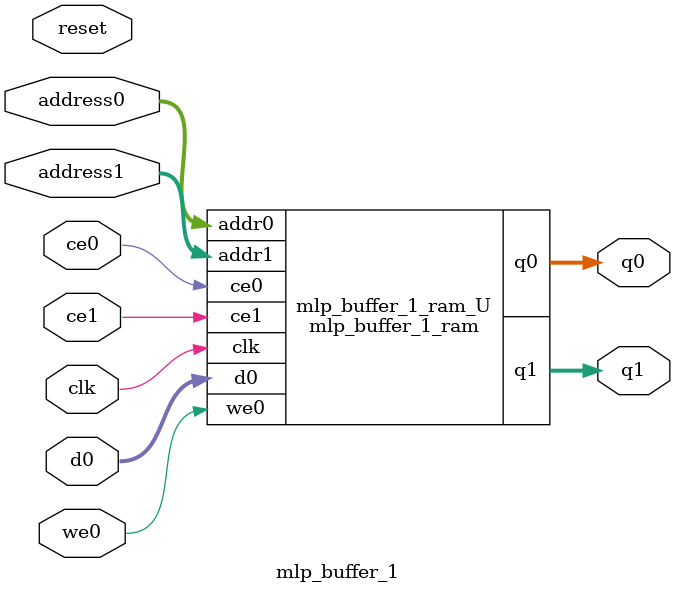
<source format=v>
`timescale 1 ns / 1 ps
module mlp_buffer_1_ram (addr0, ce0, d0, we0, q0, addr1, ce1, q1,  clk);

parameter DWIDTH = 32;
parameter AWIDTH = 6;
parameter MEM_SIZE = 64;

input[AWIDTH-1:0] addr0;
input ce0;
input[DWIDTH-1:0] d0;
input we0;
output reg[DWIDTH-1:0] q0;
input[AWIDTH-1:0] addr1;
input ce1;
output reg[DWIDTH-1:0] q1;
input clk;

reg [DWIDTH-1:0] ram[0:MEM_SIZE-1];




always @(posedge clk)  
begin 
    if (ce0) begin
        if (we0) 
            ram[addr0] <= d0; 
        q0 <= ram[addr0];
    end
end


always @(posedge clk)  
begin 
    if (ce1) begin
        q1 <= ram[addr1];
    end
end


endmodule

`timescale 1 ns / 1 ps
module mlp_buffer_1(
    reset,
    clk,
    address0,
    ce0,
    we0,
    d0,
    q0,
    address1,
    ce1,
    q1);

parameter DataWidth = 32'd32;
parameter AddressRange = 32'd64;
parameter AddressWidth = 32'd6;
input reset;
input clk;
input[AddressWidth - 1:0] address0;
input ce0;
input we0;
input[DataWidth - 1:0] d0;
output[DataWidth - 1:0] q0;
input[AddressWidth - 1:0] address1;
input ce1;
output[DataWidth - 1:0] q1;



mlp_buffer_1_ram mlp_buffer_1_ram_U(
    .clk( clk ),
    .addr0( address0 ),
    .ce0( ce0 ),
    .we0( we0 ),
    .d0( d0 ),
    .q0( q0 ),
    .addr1( address1 ),
    .ce1( ce1 ),
    .q1( q1 ));

endmodule


</source>
